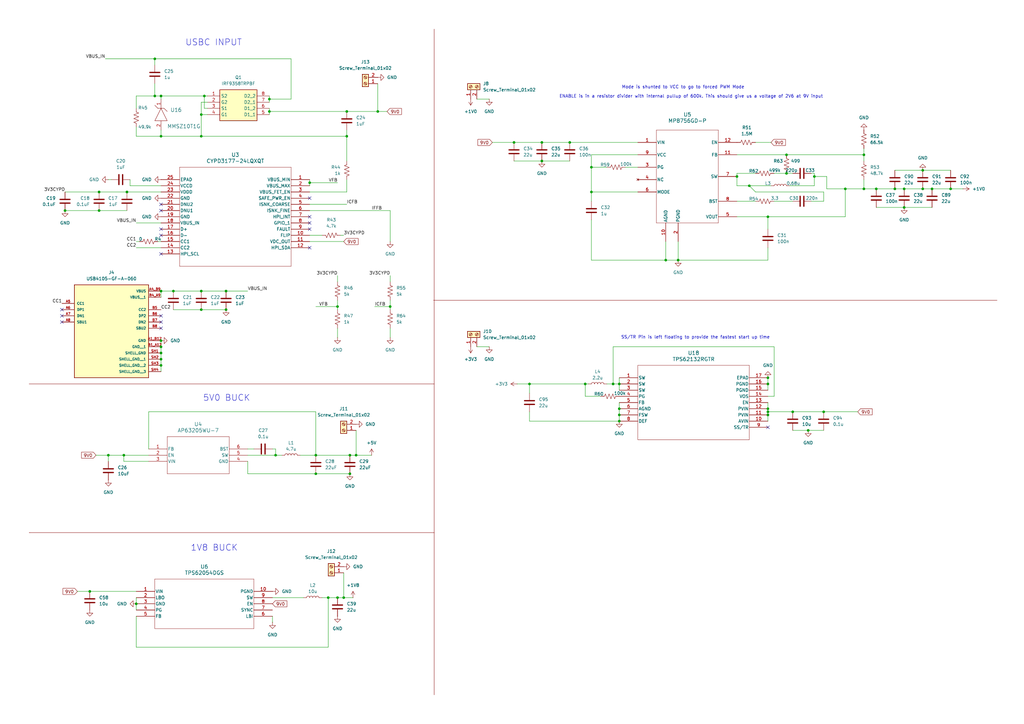
<source format=kicad_sch>
(kicad_sch (version 20250114) (generator "eeschema") (generator_version "9.0")
  (paper "A3")
  (text "SS/TR Pin is left floating to provide the fastest start up time\n" (at 285.242 138.43 0) (effects (font (size 1.27 1.27))))
  (text "USBC INPUT\n" (at 87.63 17.526 0) (effects (font (size 2.54 2.54))))
  (text "ENABLE is in a resistor divider with internal pullup of 600k. This should give us a voltage of 2V6 at 9V input" (at 283.464 39.624 0) (effects (font (size 1.27 1.27))))
  (text "1V8 BUCK" (at 87.884 224.79 0) (effects (font (size 2.54 2.54))))
  (text "Mode is shunted to VCC to go to forced PWM Mode" (at 280.162 35.814 0) (effects (font (size 1.27 1.27))))
  (text "5V0 BUCK\n" (at 92.964 163.322 0) (effects (font (size 2.54 2.54))))
  (junction (at 44.45 186.69))
  (junction (at 389.89 77.47))
  (junction (at 322.58 63.5))
  (junction (at 66.04 119.38))
  (junction (at 233.68 58.42))
  (junction (at 359.41 77.47))
  (junction (at 127 74.93))
  (junction (at 254 157.48))
  (junction (at 113.03 186.69))
  (junction (at 92.71 119.38))
  (junction (at 370.84 77.47))
  (junction (at 378.46 77.47))
  (junction (at 129.54 194.31))
  (junction (at 83.82 39.37))
  (junction (at 82.55 55.88))
  (junction (at 314.96 170.18))
  (junction (at 52.07 78.74))
  (junction (at 314.96 167.64))
  (junction (at 143.51 194.31))
  (junction (at 66.04 144.78))
  (junction (at 66.04 139.7))
  (junction (at 40.64 78.74))
  (junction (at 331.47 176.53))
  (junction (at 146.05 186.69))
  (junction (at 26.67 86.36))
  (junction (at 92.71 127))
  (junction (at 50.8 186.69))
  (junction (at 354.33 63.5))
  (junction (at 36.83 242.57))
  (junction (at 307.34 76.2))
  (junction (at 254 172.72))
  (junction (at 314.96 157.48))
  (junction (at 142.24 45.72))
  (junction (at 40.64 86.36))
  (junction (at 63.5 24.13))
  (junction (at 55.88 247.65))
  (junction (at 382.27 77.47))
  (junction (at 66.04 55.88))
  (junction (at 142.24 55.88))
  (junction (at 254 170.18))
  (junction (at 273.05 106.68))
  (junction (at 66.04 147.32))
  (junction (at 242.57 68.58))
  (junction (at 154.94 45.72))
  (junction (at 367.03 77.47))
  (junction (at 302.26 72.39))
  (junction (at 251.46 157.48))
  (junction (at 346.71 77.47))
  (junction (at 138.43 125.73))
  (junction (at 222.25 66.04))
  (junction (at 314.96 168.91))
  (junction (at 325.12 168.91))
  (junction (at 334.01 72.39))
  (junction (at 140.97 245.11))
  (junction (at 66.04 149.86))
  (junction (at 222.25 58.42))
  (junction (at 110.49 45.72))
  (junction (at 240.03 157.48))
  (junction (at 71.12 119.38))
  (junction (at 129.54 186.69))
  (junction (at 322.58 71.12))
  (junction (at 66.04 39.37))
  (junction (at 242.57 78.74))
  (junction (at 314.96 154.94))
  (junction (at 63.5 39.37))
  (junction (at 314.96 88.9))
  (junction (at 82.55 119.38))
  (junction (at 160.02 125.73))
  (junction (at 278.13 106.68))
  (junction (at 370.84 85.09))
  (junction (at 254 167.64))
  (junction (at 82.55 127))
  (junction (at 143.51 186.69))
  (junction (at 337.82 168.91))
  (junction (at 210.82 58.42))
  (junction (at 354.33 77.47))
  (junction (at 66.04 142.24))
  (junction (at 138.43 245.11))
  (junction (at 110.49 40.64))
  (junction (at 378.46 69.85))
  (junction (at 134.62 245.11))
  (junction (at 82.55 46.99))
  (junction (at 217.17 157.48))
  (no_connect (at 66.04 93.98))
  (no_connect (at 314.96 175.26))
  (no_connect (at 127 101.6))
  (no_connect (at 66.04 86.36))
  (no_connect (at 66.04 132.08))
  (no_connect (at 25.4 129.54))
  (no_connect (at 66.04 83.82))
  (no_connect (at 66.04 96.52))
  (no_connect (at 127 81.28))
  (no_connect (at 127 93.98))
  (no_connect (at 127 91.44))
  (no_connect (at 66.04 104.14))
  (no_connect (at 25.4 127))
  (no_connect (at 66.04 134.62))
  (no_connect (at 66.04 129.54))
  (no_connect (at 25.4 132.08))
  (no_connect (at 127 88.9))
  (bus_entry (at 307.34 76.2) (size 2.54 2.54))
  (wire (pts (xy 66.04 39.37) (xy 66.04 40.64)))
  (wire (pts (xy 346.71 77.47) (xy 339.09 77.47)))
  (wire (pts (xy 242.57 90.17) (xy 242.57 106.68)))
  (wire (pts (xy 66.04 147.32) (xy 66.04 149.86)))
  (wire (pts (xy 325.12 168.91) (xy 337.82 168.91)))
  (wire (pts (xy 55.88 245.11) (xy 55.88 247.65)))
  (wire (pts (xy 212.09 157.48) (xy 217.17 157.48)))
  (wire (pts (xy 314.96 165.1) (xy 314.96 167.64)))
  (polyline (pts (xy 178.054 11.938) (xy 178.054 157.48)) (stroke (width 0) (type solid) (color 132 0 0 1)))
  (wire (pts (xy 309.88 78.74) (xy 337.82 78.74)))
  (wire (pts (xy 83.82 44.45) (xy 83.82 39.37)))
  (wire (pts (xy 66.04 55.88) (xy 82.55 55.88)))
  (polyline (pts (xy 177.8 123.19) (xy 408.94 123.19)) (stroke (width 0) (type solid) (color 132 0 0 1)))
  (wire (pts (xy 110.49 39.37) (xy 110.49 40.64)))
  (wire (pts (xy 322.58 71.12) (xy 317.5 71.12)))
  (wire (pts (xy 55.88 52.07) (xy 55.88 55.88)))
  (wire (pts (xy 200.66 142.24) (xy 195.58 142.24)))
  (wire (pts (xy 50.8 186.69) (xy 60.96 186.69)))
  (wire (pts (xy 251.46 157.48) (xy 254 157.48)))
  (wire (pts (xy 55.88 44.45) (xy 55.88 39.37)))
  (wire (pts (xy 123.19 186.69) (xy 129.54 186.69)))
  (wire (pts (xy 44.45 186.69) (xy 44.45 189.23)))
  (wire (pts (xy 317.5 162.56) (xy 317.5 142.24)))
  (wire (pts (xy 242.57 68.58) (xy 248.92 68.58)))
  (wire (pts (xy 104.14 184.15) (xy 101.6 184.15)))
  (wire (pts (xy 314.96 157.48) (xy 314.96 160.02)))
  (wire (pts (xy 354.33 73.66) (xy 354.33 77.47)))
  (wire (pts (xy 240.03 157.48) (xy 241.3 157.48)))
  (wire (pts (xy 302.26 76.2) (xy 302.26 72.39)))
  (wire (pts (xy 71.12 127) (xy 82.55 127)))
  (wire (pts (xy 233.68 58.42) (xy 261.62 58.42)))
  (wire (pts (xy 129.54 186.69) (xy 129.54 168.91)))
  (wire (pts (xy 210.82 58.42) (xy 222.25 58.42)))
  (wire (pts (xy 40.64 78.74) (xy 26.67 78.74)))
  (wire (pts (xy 153.67 125.73) (xy 160.02 125.73)))
  (wire (pts (xy 111.76 184.15) (xy 113.03 184.15)))
  (wire (pts (xy 55.88 265.43) (xy 55.88 252.73)))
  (wire (pts (xy 127 73.66) (xy 127 74.93)))
  (wire (pts (xy 302.26 63.5) (xy 322.58 63.5)))
  (wire (pts (xy 359.41 77.47) (xy 367.03 77.47)))
  (wire (pts (xy 354.33 60.96) (xy 354.33 63.5)))
  (wire (pts (xy 52.07 78.74) (xy 40.64 78.74)))
  (wire (pts (xy 101.6 119.38) (xy 92.71 119.38)))
  (wire (pts (xy 242.57 106.68) (xy 273.05 106.68)))
  (wire (pts (xy 160.02 125.73) (xy 160.02 127)))
  (wire (pts (xy 254 157.48) (xy 254 160.02)))
  (wire (pts (xy 142.24 78.74) (xy 127 78.74)))
  (wire (pts (xy 119.38 40.64) (xy 110.49 40.64)))
  (wire (pts (xy 367.03 69.85) (xy 378.46 69.85)))
  (wire (pts (xy 337.82 176.53) (xy 331.47 176.53)))
  (wire (pts (xy 317.5 142.24) (xy 251.46 142.24)))
  (wire (pts (xy 113.03 184.15) (xy 113.03 186.69)))
  (wire (pts (xy 40.64 86.36) (xy 26.67 86.36)))
  (wire (pts (xy 322.58 63.5) (xy 354.33 63.5)))
  (wire (pts (xy 55.88 55.88) (xy 66.04 55.88)))
  (wire (pts (xy 43.18 24.13) (xy 63.5 24.13)))
  (wire (pts (xy 278.13 106.68) (xy 314.96 106.68)))
  (wire (pts (xy 378.46 77.47) (xy 382.27 77.47)))
  (polyline (pts (xy 178.054 218.44) (xy 178.054 284.988)) (stroke (width 0) (type solid) (color 132 0 0 1)))
  (wire (pts (xy 378.46 69.85) (xy 389.89 69.85)))
  (wire (pts (xy 359.41 85.09) (xy 370.84 85.09)))
  (wire (pts (xy 160.02 86.36) (xy 160.02 99.06)))
  (wire (pts (xy 337.82 78.74) (xy 337.82 82.55)))
  (wire (pts (xy 45.72 73.66) (xy 44.45 73.66)))
  (wire (pts (xy 254 167.64) (xy 254 170.18)))
  (wire (pts (xy 217.17 157.48) (xy 240.03 157.48)))
  (wire (pts (xy 110.49 44.45) (xy 110.49 45.72)))
  (wire (pts (xy 66.04 53.34) (xy 66.04 55.88)))
  (wire (pts (xy 337.82 168.91) (xy 351.79 168.91)))
  (wire (pts (xy 354.33 77.47) (xy 359.41 77.47)))
  (wire (pts (xy 66.04 119.38) (xy 66.04 121.92)))
  (wire (pts (xy 217.17 168.91) (xy 217.17 172.72)))
  (wire (pts (xy 142.24 55.88) (xy 142.24 53.34)))
  (wire (pts (xy 110.49 45.72) (xy 110.49 46.99)))
  (wire (pts (xy 134.62 245.11) (xy 134.62 265.43)))
  (wire (pts (xy 63.5 24.13) (xy 119.38 24.13)))
  (wire (pts (xy 55.88 39.37) (xy 63.5 39.37)))
  (wire (pts (xy 314.96 88.9) (xy 346.71 88.9)))
  (wire (pts (xy 314.96 170.18) (xy 314.96 172.72)))
  (wire (pts (xy 36.83 242.57) (xy 55.88 242.57)))
  (wire (pts (xy 146.05 176.53) (xy 146.05 186.69)))
  (wire (pts (xy 138.43 125.73) (xy 138.43 127)))
  (wire (pts (xy 210.82 66.04) (xy 222.25 66.04)))
  (wire (pts (xy 82.55 46.99) (xy 85.09 46.99)))
  (wire (pts (xy 127 74.93) (xy 127 76.2)))
  (wire (pts (xy 354.33 63.5) (xy 354.33 66.04)))
  (wire (pts (xy 337.82 82.55) (xy 332.74 82.55)))
  (wire (pts (xy 140.97 99.06) (xy 127 99.06)))
  (wire (pts (xy 314.96 162.56) (xy 317.5 162.56)))
  (wire (pts (xy 66.04 144.78) (xy 66.04 147.32)))
  (wire (pts (xy 273.05 99.06) (xy 273.05 106.68)))
  (wire (pts (xy 222.25 66.04) (xy 233.68 66.04)))
  (wire (pts (xy 101.6 194.31) (xy 101.6 189.23)))
  (wire (pts (xy 66.04 119.38) (xy 71.12 119.38)))
  (polyline (pts (xy 11.938 218.44) (xy 12.192 218.44)) (stroke (width 0) (type solid) (color 132 0 0 1)))
  (wire (pts (xy 242.57 78.74) (xy 242.57 82.55)))
  (wire (pts (xy 254 170.18) (xy 254 172.72)))
  (wire (pts (xy 82.55 46.99) (xy 82.55 55.88)))
  (wire (pts (xy 309.88 82.55) (xy 302.26 82.55)))
  (wire (pts (xy 142.24 73.66) (xy 142.24 78.74)))
  (wire (pts (xy 370.84 85.09) (xy 382.27 85.09)))
  (wire (pts (xy 52.07 86.36) (xy 40.64 86.36)))
  (wire (pts (xy 134.62 245.11) (xy 138.43 245.11)))
  (wire (pts (xy 160.02 123.19) (xy 160.02 125.73)))
  (wire (pts (xy 314.96 168.91) (xy 314.96 170.18)))
  (wire (pts (xy 314.96 101.6) (xy 314.96 106.68)))
  (wire (pts (xy 142.24 45.72) (xy 154.94 45.72)))
  (wire (pts (xy 110.49 40.64) (xy 110.49 41.91)))
  (wire (pts (xy 323.85 76.2) (xy 334.01 76.2)))
  (wire (pts (xy 127 86.36) (xy 160.02 86.36)))
  (wire (pts (xy 101.6 194.31) (xy 129.54 194.31)))
  (wire (pts (xy 334.01 72.39) (xy 339.09 72.39)))
  (wire (pts (xy 55.88 91.44) (xy 66.04 91.44)))
  (wire (pts (xy 71.12 119.38) (xy 82.55 119.38)))
  (wire (pts (xy 129.54 125.73) (xy 138.43 125.73)))
  (wire (pts (xy 307.34 76.2) (xy 316.23 76.2)))
  (wire (pts (xy 64.77 99.06) (xy 66.04 99.06)))
  (wire (pts (xy 53.34 76.2) (xy 66.04 76.2)))
  (wire (pts (xy 142.24 55.88) (xy 142.24 66.04)))
  (wire (pts (xy 325.12 82.55) (xy 317.5 82.55)))
  (wire (pts (xy 160.02 113.03) (xy 160.02 115.57)))
  (wire (pts (xy 55.88 101.6) (xy 66.04 101.6)))
  (wire (pts (xy 85.09 44.45) (xy 83.82 44.45)))
  (wire (pts (xy 66.04 78.74) (xy 52.07 78.74)))
  (wire (pts (xy 129.54 168.91) (xy 60.96 168.91)))
  (wire (pts (xy 314.96 154.94) (xy 314.96 157.48)))
  (wire (pts (xy 111.76 245.11) (xy 124.46 245.11)))
  (wire (pts (xy 254 165.1) (xy 254 167.64)))
  (wire (pts (xy 334.01 71.12) (xy 334.01 72.39)))
  (wire (pts (xy 302.26 76.2) (xy 307.34 76.2)))
  (wire (pts (xy 63.5 39.37) (xy 66.04 39.37)))
  (wire (pts (xy 55.88 247.65) (xy 55.88 250.19)))
  (wire (pts (xy 334.01 71.12) (xy 332.74 71.12)))
  (wire (pts (xy 152.4 186.69) (xy 146.05 186.69)))
  (wire (pts (xy 246.38 162.56) (xy 240.03 162.56)))
  (wire (pts (xy 138.43 123.19) (xy 138.43 125.73)))
  (wire (pts (xy 370.84 77.47) (xy 378.46 77.47)))
  (wire (pts (xy 242.57 63.5) (xy 242.57 68.58)))
  (wire (pts (xy 200.66 40.64) (xy 195.58 40.64)))
  (wire (pts (xy 50.8 189.23) (xy 60.96 189.23)))
  (wire (pts (xy 339.09 72.39) (xy 339.09 77.47)))
  (wire (pts (xy 140.97 245.11) (xy 144.78 245.11)))
  (wire (pts (xy 138.43 134.62) (xy 138.43 138.43)))
  (wire (pts (xy 382.27 77.47) (xy 389.89 77.47)))
  (wire (pts (xy 346.71 77.47) (xy 354.33 77.47)))
  (wire (pts (xy 119.38 24.13) (xy 119.38 40.64)))
  (wire (pts (xy 66.04 149.86) (xy 66.04 152.4)))
  (wire (pts (xy 222.25 58.42) (xy 233.68 58.42)))
  (wire (pts (xy 138.43 74.93) (xy 127 74.93)))
  (wire (pts (xy 138.43 113.03) (xy 138.43 115.57)))
  (wire (pts (xy 132.08 96.52) (xy 127 96.52)))
  (wire (pts (xy 82.55 55.88) (xy 142.24 55.88)))
  (wire (pts (xy 314.96 168.91) (xy 325.12 168.91)))
  (wire (pts (xy 85.09 41.91) (xy 82.55 41.91)))
  (wire (pts (xy 63.5 24.13) (xy 63.5 26.67)))
  (wire (pts (xy 302.26 71.12) (xy 302.26 72.39)))
  (wire (pts (xy 142.24 83.82) (xy 127 83.82)))
  (wire (pts (xy 83.82 39.37) (xy 85.09 39.37)))
  (wire (pts (xy 261.62 63.5) (xy 242.57 63.5)))
  (polyline (pts (xy 12.192 218.44) (xy 178.054 218.44)) (stroke (width 0) (type solid) (color 132 0 0 1)))
  (wire (pts (xy 314.96 167.64) (xy 314.96 168.91)))
  (wire (pts (xy 60.96 168.91) (xy 60.96 184.15)))
  (wire (pts (xy 113.03 186.69) (xy 115.57 186.69)))
  (wire (pts (xy 129.54 194.31) (xy 143.51 194.31)))
  (wire (pts (xy 302.26 88.9) (xy 314.96 88.9)))
  (wire (pts (xy 55.88 99.06) (xy 57.15 99.06)))
  (wire (pts (xy 129.54 186.69) (xy 143.51 186.69)))
  (wire (pts (xy 273.05 106.68) (xy 278.13 106.68)))
  (wire (pts (xy 146.05 186.69) (xy 143.51 186.69)))
  (wire (pts (xy 251.46 142.24) (xy 251.46 157.48)))
  (polyline (pts (xy 11.938 157.48) (xy 178.054 157.48)) (stroke (width 0) (type solid) (color 132 0 0 1)))
  (wire (pts (xy 256.54 68.58) (xy 261.62 68.58)))
  (wire (pts (xy 132.08 245.11) (xy 134.62 245.11)))
  (wire (pts (xy 154.94 34.29) (xy 154.94 45.72)))
  (wire (pts (xy 389.89 77.47) (xy 394.97 77.47)))
  (wire (pts (xy 367.03 77.47) (xy 370.84 77.47)))
  (wire (pts (xy 278.13 99.06) (xy 278.13 106.68)))
  (wire (pts (xy 66.04 139.7) (xy 66.04 142.24)))
  (wire (pts (xy 101.6 186.69) (xy 113.03 186.69)))
  (wire (pts (xy 160.02 138.43) (xy 160.02 134.62)))
  (wire (pts (xy 254 154.94) (xy 254 157.48)))
  (wire (pts (xy 82.55 127) (xy 92.71 127)))
  (wire (pts (xy 140.97 234.95) (xy 140.97 245.11)))
  (wire (pts (xy 325.12 71.12) (xy 322.58 71.12)))
  (wire (pts (xy 201.93 58.42) (xy 210.82 58.42)))
  (wire (pts (xy 248.92 157.48) (xy 251.46 157.48)))
  (wire (pts (xy 346.71 77.47) (xy 346.71 88.9)))
  (wire (pts (xy 140.97 96.52) (xy 139.7 96.52)))
  (wire (pts (xy 240.03 162.56) (xy 240.03 157.48)))
  (wire (pts (xy 138.43 245.11) (xy 140.97 245.11)))
  (wire (pts (xy 44.45 186.69) (xy 50.8 186.69)))
  (wire (pts (xy 316.23 58.42) (xy 309.88 58.42)))
  (wire (pts (xy 111.76 252.73) (xy 111.76 255.27)))
  (wire (pts (xy 66.04 142.24) (xy 66.04 144.78)))
  (wire (pts (xy 217.17 172.72) (xy 254 172.72)))
  (wire (pts (xy 217.17 161.29) (xy 217.17 157.48)))
  (wire (pts (xy 134.62 265.43) (xy 55.88 265.43)))
  (wire (pts (xy 66.04 39.37) (xy 83.82 39.37)))
  (wire (pts (xy 309.88 71.12) (xy 302.26 71.12)))
  (wire (pts (xy 314.96 93.98) (xy 314.96 88.9)))
  (wire (pts (xy 82.55 119.38) (xy 92.71 119.38)))
  (wire (pts (xy 331.47 176.53) (xy 325.12 176.53)))
  (wire (pts (xy 31.75 242.57) (xy 36.83 242.57)))
  (wire (pts (xy 63.5 34.29) (xy 63.5 39.37)))
  (wire (pts (xy 242.57 78.74) (xy 261.62 78.74)))
  (wire (pts (xy 39.37 186.69) (xy 44.45 186.69)))
  (wire (pts (xy 154.94 45.72) (xy 158.75 45.72)))
  (wire (pts (xy 110.49 45.72) (xy 142.24 45.72)))
  (wire (pts (xy 82.55 41.91) (xy 82.55 46.99)))
  (wire (pts (xy 242.57 68.58) (xy 242.57 78.74)))
  (wire (pts (xy 53.34 73.66) (xy 53.34 76.2)))
  (polyline (pts (xy 178.054 157.48) (xy 178.054 218.44)) (stroke (width 0) (type solid) (color 132 0 0 1)))
  (wire (pts (xy 50.8 186.69) (xy 50.8 189.23)))
  (wire (pts (xy 334.01 72.39) (xy 334.01 76.2)))
  (label "CC1" (at 55.88 99.06 180))
  (label "VBUS_IN" (at 55.88 91.44 180))
  (label "VFB" (at 130.81 125.73 0))
  (label "3V3CYPD" (at 26.67 78.74 180))
  (label "VFB" (at 138.43 74.93 180))
  (label "ICFB" (at 153.67 125.73 0))
  (label "VBUS_IN" (at 43.18 24.13 180))
  (label "CC2" (at 55.88 101.6 180))
  (label "ICFB" (at 142.24 83.82 0))
  (label "CC2" (at 66.04 127 0))
  (label "CC1" (at 25.4 124.46 180))
  (label "3V3CYPD" (at 140.97 96.52 0))
  (label "3V3CYPD" (at 160.02 113.03 180))
  (label "IFFB" (at 152.4 86.36 0))
  (label "3V3CYPD" (at 138.43 113.03 180))
  (label "VBUS_IN" (at 101.6 119.38 0))
  (global_label "9V0" (shape input) (at 158.75 45.72 0) (property "Intersheetrefs" "${INTERSHEET_REFS}" (effects (hide yes))))
  (global_label "9V0" (shape input) (at 351.79 168.91 0) (property "Intersheetrefs" "${INTERSHEET_REFS}" (effects (hide yes))))
  (global_label "9V0" (shape input) (at 316.23 58.42 0) (property "Intersheetrefs" "${INTERSHEET_REFS}" (effects (hide yes))))
  (global_label "9V0" (shape input) (at 140.97 99.06 0) (property "Intersheetrefs" "${INTERSHEET_REFS}" (effects (hide yes))))
  (global_label "9V0" (shape input) (at 31.75 242.57 180) (property "Intersheetrefs" "${INTERSHEET_REFS}" (effects (hide yes))))
  (global_label "9V0" (shape input) (at 201.93 58.42 180) (property "Intersheetrefs" "${INTERSHEET_REFS}" (effects (hide yes))))
  (global_label "9V0" (shape input) (at 39.37 186.69 180) (property "Intersheetrefs" "${INTERSHEET_REFS}" (effects (hide yes))))
  (global_label "9V0" (shape input) (at 111.76 247.65 0) (property "Intersheetrefs" "${INTERSHEET_REFS}" (effects (hide yes))))
  (symbol (lib_id "power:GND") (at 66.04 73.66 270) (mirror x) (unit 1)
    (property "Reference" "#PWR092" (effects (hide yes)))
    (property "Value" "GND" (at 62.23 73.6599 90) (effects (justify right)))
    (property "Description" "Power symbol creates a global label with name \"GND\" , ground" (effects (hide yes)))
  )
  (symbol (lib_id "power:GND") (at 138.43 138.43 0) (unit 1)
    (property "Reference" "#PWR098" (effects (hide yes)))
    (property "Value" "GND" (at 138.43 143.51 0))
    (property "Description" "Power symbol creates a global label with name \"GND\" , ground" (effects (hide yes)))
  )
  (symbol (lib_id "Device:R_US") (at 138.43 130.81 0) (unit 1)
    (property "Reference" "R47" (at 140.97 129.5399 0) (effects (justify left)))
    (property "Value" "1k" (at 140.97 132.0799 0) (effects (justify left)))
    (property "Footprint" "Resistor_SMD:R_0402_1005Metric" (effects (hide yes)))
    (property "Description" "Resistor, US symbol" (effects (hide yes)))
  )
  (symbol (lib_id "power:GND") (at 378.46 69.85 180) (unit 1)
    (property "Reference" "#PWR0105" (effects (hide yes)))
    (property "Value" "GND" (at 378.46 64.77 0))
    (property "Description" "Power symbol creates a global label with name \"GND\" , ground" (effects (hide yes)))
  )
  (symbol (lib_id "Device:C") (at 92.71 123.19 0) (unit 1)
    (property "Reference" "C23" (at 96.52 121.9199 0) (effects (justify left)))
    (property "Value" "1uF" (at 96.52 124.4599 0) (effects (justify left)))
    (property "Footprint" "Capacitor_SMD:C_0603_1608Metric" (effects (hide yes)))
    (property "Description" "Unpolarized capacitor" (effects (hide yes)))
  )
  (symbol (lib_id "Device:R_US") (at 313.69 82.55 90) (unit 1)
    (property "Reference" "R54" (at 309.118 81.534 90))
    (property "Value" "3.3" (at 317.754 81.28 90))
    (property "Footprint" "Resistor_SMD:R_0402_1005Metric" (effects (hide yes)))
    (property "Description" "Resistor, US symbol" (effects (hide yes)))
  )
  (symbol (lib_id "power:GND") (at 44.45 196.85 0) (unit 1)
    (property "Reference" "#PWR0101" (effects (hide yes)))
    (property "Value" "GND" (at 44.45 201.93 0))
    (property "Description" "Power symbol creates a global label with name \"GND\" , ground" (effects (hide yes)))
  )
  (symbol (lib_id "power:GND") (at 331.47 176.53 0) (unit 1)
    (property "Reference" "#PWR0110" (effects (hide yes)))
    (property "Value" "GND" (at 331.47 181.61 0))
    (property "Description" "Power symbol creates a global label with name \"GND\" , ground" (effects (hide yes)))
  )
  (symbol (lib_id "Device:C") (at 325.12 172.72 0) (unit 1)
    (property "Reference" "C93" (at 328.93 171.4499 0) (effects (justify left)))
    (property "Value" "10u" (at 328.93 173.9899 0) (effects (justify left)))
    (property "Description" "Unpolarized capacitor" (effects (hide yes)))
  )
  (symbol (lib_id "Device:C") (at 210.82 62.23 0) (unit 1)
    (property "Reference" "C34" (at 214.63 60.9599 0) (effects (justify left)))
    (property "Value" "22u" (at 214.63 63.4999 0) (effects (justify left)))
    (property "Footprint" "Capacitor_SMD:C_0805_2012Metric" (effects (hide yes)))
    (property "Description" "Unpolarized capacitor" (effects (hide yes)))
  )
  (symbol (lib_id "power:+1V0") (at 193.04 40.64 180) (unit 1)
    (property "Reference" "#PWR0113" (effects (hide yes)))
    (property "Value" "+1V0" (at 193.04 45.72 0))
    (property "Description" "Power symbol creates a global label with name \"+1V0\"" (effects (hide yes)))
  )
  (symbol (lib_id "Device:C") (at 138.43 248.92 0) (unit 1)
    (property "Reference" "C39" (at 142.24 247.6499 0) (effects (justify left)))
    (property "Value" "22u" (at 142.24 250.1899 0) (effects (justify left)))
    (property "Footprint" "Capacitor_SMD:C_0603_1608Metric" (effects (hide yes)))
    (property "Description" "Unpolarized capacitor" (effects (hide yes)))
  )
  (symbol (lib_id "Device:R_US") (at 252.73 68.58 90) (unit 1)
    (property "Reference" "R59" (at 248.158 67.564 90))
    (property "Value" "100k" (at 256.794 67.31 90))
    (property "Footprint" "Resistor_SMD:R_0402_1005Metric" (effects (hide yes)))
    (property "Description" "Resistor, US symbol" (effects (hide yes)))
  )
  (symbol (lib_id "power:GND") (at 66.04 88.9 270) (mirror x) (unit 1)
    (property "Reference" "#PWR094" (effects (hide yes)))
    (property "Value" "GND" (at 62.23 88.8999 90) (effects (justify right)))
    (property "Description" "Power symbol creates a global label with name \"GND\" , ground" (effects (hide yes)))
  )
  (symbol (lib_id "power:GND") (at 143.51 194.31 0) (unit 1)
    (property "Reference" "#PWR0102" (effects (hide yes)))
    (property "Value" "GND" (at 143.51 199.39 0))
    (property "Description" "Power symbol creates a global label with name \"GND\" , ground" (effects (hide yes)))
  )
  (symbol (lib_id "Connector:Screw_Terminal_01x02") (at 140.97 176.53 180) (unit 1)
    (property "Reference" "J11" (at 140.97 167.64 0))
    (property "Value" "Screw_Terminal_01x02" (at 140.97 170.18 0))
    (property "Footprint" "FPGA_Interface:CONN-TH_2P-P5.00_CPC3703CTR" (effects (hide yes)))
    (property "Description" "Generic screw terminal, single row, 01x02, script generated (kicad-library-utils/schlib/autogen/connector/)" (effects (hide yes)))
  )
  (symbol (lib_id "Device:C") (at 233.68 62.23 0) (unit 1)
    (property "Reference" "C36" (at 237.49 60.9599 0) (effects (justify left)))
    (property "Value" "100n" (at 237.49 63.4999 0) (effects (justify left)))
    (property "Footprint" "Capacitor_SMD:C_0603_1608Metric" (effects (hide yes)))
    (property "Description" "Unpolarized capacitor" (effects (hide yes)))
  )
  (symbol (lib_id "power:GND") (at 92.71 127 0) (unit 1)
    (property "Reference" "#PWR097" (effects (hide yes)))
    (property "Value" "GND" (at 92.71 132.08 0))
    (property "Description" "Power symbol creates a global label with name \"GND\" , ground" (effects (hide yes)))
  )
  (symbol (lib_id "Device:C") (at 129.54 190.5 0) (unit 1)
    (property "Reference" "C28" (at 133.35 189.2299 0) (effects (justify left)))
    (property "Value" "22uF" (at 133.35 191.7699 0) (effects (justify left)))
    (property "Footprint" "Capacitor_SMD:C_0603_1608Metric" (effects (hide yes)))
    (property "Description" "Unpolarized capacitor" (effects (hide yes)))
  )
  (symbol (lib_id "Device:C") (at 337.82 172.72 0) (unit 1)
    (property "Reference" "C94" (at 341.63 171.4499 0) (effects (justify left)))
    (property "Value" "0.1u" (at 341.63 173.9899 0) (effects (justify left)))
    (property "Description" "Unpolarized capacitor" (effects (hide yes)))
  )
  (symbol (lib_id "power:GND") (at 138.43 252.73 0) (unit 1)
    (property "Reference" "#PWR0118" (effects (hide yes)))
    (property "Value" "GND" (at 138.43 257.81 0))
    (property "Description" "Power symbol creates a global label with name \"GND\" , ground" (effects (hide yes)))
  )
  (symbol (lib_id "Connector:Screw_Terminal_01x02") (at 193.04 35.56 90) (unit 1)
    (property "Reference" "J8" (at 198.12 34.2899 90) (effects (justify right)))
    (property "Value" "Screw_Terminal_01x02" (at 198.12 36.8299 90) (effects (justify right)))
    (property "Footprint" "FPGA_Interface:CONN-TH_2P-P5.00_CPC3703CTR" (effects (hide yes)))
    (property "Description" "Generic screw terminal, single row, 01x02, script generated (kicad-library-utils/schlib/autogen/connector/)" (effects (hide yes)))
  )
  (symbol (lib_id "power:+1V0") (at 394.97 77.47 270) (unit 1)
    (property "Reference" "#PWR0106" (effects (hide yes)))
    (property "Value" "+1V0" (at 398.78 77.4699 90) (effects (justify left)))
    (property "Description" "Power symbol creates a global label with name \"+1V0\"" (effects (hide yes)))
  )
  (symbol (lib_id "FPGA_POWER:MMSZ10T1G") (at 63.5 22.86 270) (unit 1)
    (property "Reference" "U16" (at 69.85 45.0849 90) (effects (font (size 1.524 1.524)) (justify left)))
    (property "Value" "MMSZ10T1G" (at 68.58 51.816 90) (effects (font (size 1.524 1.524)) (justify left)))
    (property "Footprint" "FPGA_Power:MMSZ10T1G" (effects (hide yes)))
    (property "Datasheet" "MMSZ10T1G" (effects (hide yes)))
  )
  (symbol (lib_id "Device:C") (at 52.07 82.55 0) (mirror y) (unit 1)
    (property "Reference" "C17" (at 48.26 81.2799 0) (effects (justify left)))
    (property "Value" "1uF" (at 48.26 83.8199 0) (effects (justify left)))
    (property "Footprint" "Capacitor_SMD:C_0603_1608Metric" (effects (hide yes)))
    (property "Description" "Unpolarized capacitor" (effects (hide yes)))
  )
  (symbol (lib_id "Device:C") (at 242.57 86.36 0) (unit 1)
    (property "Reference" "C32" (at 246.38 85.0899 0) (effects (justify left)))
    (property "Value" "1u" (at 246.38 87.6299 0) (effects (justify left)))
    (property "Footprint" "Capacitor_SMD:C_0402_1005Metric" (effects (hide yes)))
    (property "Description" "Unpolarized capacitor" (effects (hide yes)))
  )
  (symbol (lib_id "power:GND") (at 354.33 53.34 180) (unit 1)
    (property "Reference" "#PWR0107" (effects (hide yes)))
    (property "Value" "GND" (at 354.33 48.26 0))
    (property "Description" "Power symbol creates a global label with name \"GND\" , ground" (effects (hide yes)))
  )
  (symbol (lib_id "power:+3V3") (at 193.04 142.24 180) (unit 1)
    (property "Reference" "#PWR0121" (effects (hide yes)))
    (property "Value" "+3V3" (at 193.04 147.32 0))
    (property "Description" "Power symbol creates a global label with name \"+3V3\"" (effects (hide yes)))
  )
  (symbol (lib_id "power:GND") (at 111.76 242.57 90) (unit 1)
    (property "Reference" "#PWR0115" (effects (hide yes)))
    (property "Value" "GND" (at 115.57 242.5699 90) (effects (justify right)))
    (property "Description" "Power symbol creates a global label with name \"GND\" , ground" (effects (hide yes)))
  )
  (symbol (lib_id "Device:C") (at 40.64 82.55 0) (mirror y) (unit 1)
    (property "Reference" "C18" (at 36.83 81.2799 0) (effects (justify left)))
    (property "Value" "0.1uF" (at 36.83 83.8199 0) (effects (justify left)))
    (property "Footprint" "Capacitor_SMD:C_0402_1005Metric" (effects (hide yes)))
    (property "Description" "Unpolarized capacitor" (effects (hide yes)))
  )
  (symbol (lib_id "power:GND") (at 44.45 73.66 270) (mirror x) (unit 1)
    (property "Reference" "#PWR095" (effects (hide yes)))
    (property "Value" "GND" (at 40.64 73.6599 90) (effects (justify right)))
    (property "Description" "Power symbol creates a global label with name \"GND\" , ground" (effects (hide yes)))
  )
  (symbol (lib_id "Device:C") (at 36.83 246.38 0) (unit 1)
    (property "Reference" "C58" (at 40.64 245.1099 0) (effects (justify left)))
    (property "Value" "10u" (at 40.64 247.6499 0) (effects (justify left)))
    (property "Footprint" "Capacitor_SMD:C_0603_1608Metric" (effects (hide yes)))
    (property "Description" "Unpolarized capacitor" (effects (hide yes)))
  )
  (symbol (lib_id "Device:R_US") (at 55.88 48.26 0) (unit 1)
    (property "Reference" "R45" (at 56.642 44.196 0) (effects (justify left)))
    (property "Value" "49.9k" (at 56.642 52.07 0) (effects (justify left)))
    (property "Footprint" "Resistor_SMD:R_0402_1005Metric" (effects (hide yes)))
    (property "Description" "Resistor, US symbol" (effects (hide yes)))
  )
  (symbol (lib_id "power:GND") (at 146.05 173.99 90) (unit 1)
    (property "Reference" "#PWR0174" (effects (hide yes)))
    (property "Value" "GND" (at 149.86 173.9899 90) (effects (justify right)))
    (property "Description" "Power symbol creates a global label with name \"GND\" , ground" (effects (hide yes)))
  )
  (symbol (lib_id "Device:R_US") (at 306.07 58.42 90) (unit 1)
    (property "Reference" "R51" (at 306.324 52.324 90))
    (property "Value" "1.5M" (at 306.324 54.864 90))
    (property "Footprint" "Resistor_SMD:R_0201_0603Metric" (effects (hide yes)))
    (property "Description" "Resistor, US symbol" (effects (hide yes)))
  )
  (symbol (lib_id "Device:C") (at 142.24 49.53 0) (unit 1)
    (property "Reference" "C24" (at 146.05 48.2599 0) (effects (justify left)))
    (property "Value" "1uF" (at 146.05 50.7999 0) (effects (justify left)))
    (property "Footprint" "Capacitor_SMD:C_0603_1608Metric" (effects (hide yes)))
    (property "Description" "Unpolarized capacitor" (effects (hide yes)))
  )
  (symbol (lib_id "Device:C") (at 370.84 81.28 0) (unit 1)
    (property "Reference" "C38" (at 374.65 80.0099 0) (effects (justify left)))
    (property "Value" "22u" (at 374.65 82.5499 0) (effects (justify left)))
    (property "Footprint" "Capacitor_SMD:C_0402_1005Metric" (effects (hide yes)))
    (property "Description" "Unpolarized capacitor" (effects (hide yes)))
  )
  (symbol (lib_id "Device:C") (at 378.46 73.66 0) (unit 1)
    (property "Reference" "C91" (at 382.27 72.3899 0) (effects (justify left)))
    (property "Value" "22u" (at 382.27 74.9299 0) (effects (justify left)))
    (property "Footprint" "Capacitor_SMD:C_0402_1005Metric" (effects (hide yes)))
    (property "Description" "Unpolarized capacitor" (effects (hide yes)))
  )
  (symbol (lib_id "Connector:Screw_Terminal_01x02") (at 193.04 137.16 90) (unit 1)
    (property "Reference" "J10" (at 198.12 135.8899 90) (effects (justify right)))
    (property "Value" "Screw_Terminal_01x02" (at 198.12 138.4299 90) (effects (justify right)))
    (property "Footprint" "FPGA_Interface:CONN-TH_2P-P5.00_CPC3703CTR" (effects (hide yes)))
    (property "Description" "Generic screw terminal, single row, 01x02, script generated (kicad-library-utils/schlib/autogen/connector/)" (effects (hide yes)))
  )
  (symbol (lib_id "Device:L") (at 128.27 245.11 90) (unit 1)
    (property "Reference" "L2" (at 128.27 240.03 90))
    (property "Value" "10u" (at 128.27 242.57 90))
    (property "Footprint" "Inductor_SMD:L_TechFuse_SL0624" (effects (hide yes)))
    (property "Description" "Inductor" (effects (hide yes)))
  )
  (symbol (lib_id "FPGA_Interface:USB4105-GF-A-060") (at 45.72 129.54 0) (unit 1)
    (property "Reference" "J4" (at 45.72 111.76 0))
    (property "Value" "USB4105-GF-A-060" (at 45.72 114.3 0))
    (property "Footprint" "FPGA_Interface:USB4105-GF-A-060" (effects (hide yes)))
    (property "PARTREV" "B3" (effects (hide yes)))
    (property "MANUFACTURER" "Global Connector Technology" (effects (hide yes)))
    (property "MAXIMUM_PACKAGE_HEIGHT" "3.31mm" (effects (hide yes)))
    (property "STANDARD" "Manufacturer Recommendations" (effects (hide yes)))
  )
  (symbol (lib_id "power:GND") (at 154.94 31.75 90) (unit 1)
    (property "Reference" "#PWR0176" (effects (hide yes)))
    (property "Value" "GND" (at 158.75 31.7499 90) (effects (justify right)))
    (property "Description" "Power symbol creates a global label with name \"GND\" , ground" (effects (hide yes)))
  )
  (symbol (lib_id "Device:C") (at 328.93 82.55 90) (unit 1)
    (property "Reference" "C30" (at 325.628 81.28 90))
    (property "Value" "220n" (at 332.994 81.28 90))
    (property "Footprint" "Capacitor_SMD:C_0402_1005Metric" (effects (hide yes)))
    (property "Description" "Unpolarized capacitor" (effects (hide yes)))
  )
  (symbol (lib_id "Device:R_US") (at 160.02 130.81 0) (unit 1)
    (property "Reference" "R64" (at 162.56 129.5399 0) (effects (justify left)))
    (property "Value" "5k" (at 162.56 132.0799 0) (effects (justify left)))
    (property "Footprint" "Resistor_SMD:R_0402_1005Metric" (effects (hide yes)))
    (property "Description" "Resistor, US symbol" (effects (hide yes)))
  )
  (symbol (lib_id "power:+1V8") (at 144.78 245.11 0) (unit 1)
    (property "Reference" "#PWR0119" (effects (hide yes)))
    (property "Value" "+1V8" (at 144.78 240.03 0))
    (property "Description" "Power symbol creates a global label with name \"+1V8\"" (effects (hide yes)))
  )
  (symbol (lib_id "Device:C") (at 222.25 62.23 0) (unit 1)
    (property "Reference" "C35" (at 226.06 60.9599 0) (effects (justify left)))
    (property "Value" "22u" (at 226.06 63.4999 0) (effects (justify left)))
    (property "Footprint" "Capacitor_SMD:C_0805_2012Metric" (effects (hide yes)))
    (property "Description" "Unpolarized capacitor" (effects (hide yes)))
  )
  (symbol (lib_id "power:+5V") (at 152.4 186.69 0) (unit 1)
    (property "Reference" "#PWR0120" (effects (hide yes)))
    (property "Value" "+5V" (at 152.4 181.61 0))
    (property "Description" "Power symbol creates a global label with name \"+5V\"" (effects (hide yes)))
  )
  (symbol (lib_id "power:GND") (at 160.02 138.43 0) (unit 1)
    (property "Reference" "#PWR0124" (effects (hide yes)))
    (property "Value" "GND" (at 160.02 143.51 0))
    (property "Description" "Power symbol creates a global label with name \"GND\" , ground" (effects (hide yes)))
  )
  (symbol (lib_id "Device:R_US") (at 60.96 99.06 90) (unit 1)
    (property "Reference" "R4" (at 64.77 98.044 90))
    (property "Value" "0" (at 57.658 98.044 90))
    (property "Footprint" "Resistor_SMD:R_0603_1608Metric" (effects (hide yes)))
    (property "Description" "Resistor, US symbol" (effects (hide yes)))
  )
  (symbol (lib_id "power:GND") (at 254 172.72 0) (unit 1)
    (property "Reference" "#PWR0108" (effects (hide yes)))
    (property "Value" "GND" (at 254 177.8 0))
    (property "Description" "Power symbol creates a global label with name \"GND\" , ground" (effects (hide yes)))
  )
  (symbol (lib_id "Device:R_US") (at 142.24 69.85 0) (mirror y) (unit 1)
    (property "Reference" "R44" (at 139.7 68.5799 0) (effects (justify left)))
    (property "Value" "1k" (at 139.7 71.1199 0) (effects (justify left)))
    (property "Footprint" "Resistor_SMD:R_0402_1005Metric" (effects (hide yes)))
    (property "Description" "Resistor, US symbol" (effects (hide yes)))
  )
  (symbol (lib_id "Device:R_US") (at 354.33 57.15 0) (unit 1)
    (property "Reference" "R52" (at 356.87 55.8799 0) (effects (justify left)))
    (property "Value" "66.5k" (at 356.87 58.4199 0) (effects (justify left)))
    (property "Footprint" "Resistor_SMD:R_0402_1005Metric" (effects (hide yes)))
    (property "Description" "Resistor, US symbol" (effects (hide yes)))
  )
  (symbol (lib_id "power:GND") (at 200.66 142.24 0) (unit 1)
    (property "Reference" "#PWR0122" (effects (hide yes)))
    (property "Value" "GND" (at 200.66 147.32 0))
    (property "Description" "Power symbol creates a global label with name \"GND\" , ground" (effects (hide yes)))
  )
  (symbol (lib_id "FPGA_POWER:TPS62132RGTR") (at 254 154.94 0) (unit 1)
    (property "Reference" "U18" (at 284.48 144.78 0) (effects (font (size 1.524 1.524))))
    (property "Value" "TPS62132RGTR" (at 284.48 147.32 0) (effects (font (size 1.524 1.524))))
    (property "Footprint" "FPGA_Power:TPS62132RGTR" (effects (hide yes)))
    (property "Datasheet" "https://www.ti.com/lit/gpn/tps62132" (effects (hide yes)))
  )
  (symbol (lib_id "Device:C") (at 82.55 123.19 0) (unit 1)
    (property "Reference" "C22" (at 86.36 121.9199 0) (effects (justify left)))
    (property "Value" "1uF" (at 86.36 124.4599 0) (effects (justify left)))
    (property "Footprint" "Capacitor_SMD:C_0603_1608Metric" (effects (hide yes)))
    (property "Description" "Unpolarized capacitor" (effects (hide yes)))
  )
  (symbol (lib_id "Device:C") (at 71.12 123.19 0) (unit 1)
    (property "Reference" "C21" (at 74.93 121.9199 0) (effects (justify left)))
    (property "Value" "1uF" (at 74.93 124.4599 0) (effects (justify left)))
    (property "Footprint" "Capacitor_SMD:C_0603_1608Metric" (effects (hide yes)))
    (property "Description" "Unpolarized capacitor" (effects (hide yes)))
  )
  (symbol (lib_id "Device:C") (at 49.53 73.66 270) (mirror x) (unit 1)
    (property "Reference" "C20" (at 49.53 66.04 90))
    (property "Value" "1uF" (at 49.53 68.58 90))
    (property "Footprint" "Capacitor_SMD:C_0603_1608Metric" (effects (hide yes)))
    (property "Description" "Unpolarized capacitor" (effects (hide yes)))
  )
  (symbol (lib_id "FPGA_POWER:MP8756GD-P") (at 261.62 57.15 0) (unit 1)
    (property "Reference" "U5" (at 281.94 46.99 0) (effects (font (size 1.524 1.524))))
    (property "Value" "MP8756GD-P" (at 281.94 49.53 0) (effects (font (size 1.524 1.524))))
    (property "Footprint" "FPGA_Power:MP8756" (effects (hide yes)))
    (property "Datasheet" "https://www.monolithicpower.com/en/documentview/productdocument/index/version/2/document_type/Datasheet/lang/en/sku/MP8756GD-Z" (effects (hide yes)))
  )
  (symbol (lib_id "FPGA_POWER:TPS62054DGS") (at 55.88 242.57 0) (unit 1)
    (property "Reference" "U6" (at 83.82 232.41 0) (effects (font (size 1.524 1.524))))
    (property "Value" "TPS62054DGS" (at 83.82 234.95 0) (effects (font (size 1.524 1.524))))
    (property "Footprint" "FPGA_Power:TPS62054DGS" (effects (hide yes)))
    (property "Datasheet" "https://www.ti.com/lit/gpn/tps62054" (effects (hide yes)))
  )
  (symbol (lib_id "power:GND") (at 140.97 232.41 90) (unit 1)
    (property "Reference" "#PWR0175" (effects (hide yes)))
    (property "Value" "GND" (at 144.78 232.4099 90) (effects (justify right)))
    (property "Description" "Power symbol creates a global label with name \"GND\" , ground" (effects (hide yes)))
  )
  (symbol (lib_id "power:GND") (at 111.76 255.27 0) (unit 1)
    (property "Reference" "#PWR0117" (effects (hide yes)))
    (property "Value" "GND" (at 111.76 260.35 0))
    (property "Description" "Power symbol creates a global label with name \"GND\" , ground" (effects (hide yes)))
  )
  (symbol (lib_id "power:GND") (at 55.88 247.65 270) (unit 1)
    (property "Reference" "#PWR0116" (effects (hide yes)))
    (property "Value" "GND" (at 52.07 247.6499 90) (effects (justify right)))
    (property "Description" "Power symbol creates a global label with name \"GND\" , ground" (effects (hide yes)))
  )
  (symbol (lib_id "Device:C") (at 382.27 81.28 0) (unit 1)
    (property "Reference" "C89" (at 386.08 80.0099 0) (effects (justify left)))
    (property "Value" "22u" (at 386.08 82.5499 0) (effects (justify left)))
    (property "Footprint" "Capacitor_SMD:C_0402_1005Metric" (effects (hide yes)))
    (property "Description" "Unpolarized capacitor" (effects (hide yes)))
  )
  (symbol (lib_id "Device:C") (at 328.93 71.12 270) (mirror x) (unit 1)
    (property "Reference" "C33" (at 332.232 69.85 90))
    (property "Value" "220p" (at 324.612 69.85 90))
    (property "Footprint" "Capacitor_SMD:C_0402_1005Metric" (effects (hide yes)))
    (property "Description" "Unpolarized capacitor" (effects (hide yes)))
  )
  (symbol (lib_id "Device:L") (at 245.11 157.48 90) (unit 1)
    (property "Reference" "L4" (at 245.11 152.4 90))
    (property "Value" "2.2u" (at 245.11 154.94 90))
    (property "Description" "Inductor" (effects (hide yes)))
  )
  (symbol (lib_id "power:GND") (at 160.02 99.06 0) (unit 1)
    (property "Reference" "#PWR0125" (effects (hide yes)))
    (property "Value" "GND" (at 160.02 104.14 0))
    (property "Description" "Power symbol creates a global label with name \"GND\" , ground" (effects (hide yes)))
  )
  (symbol (lib_id "Device:R_US") (at 354.33 69.85 0) (unit 1)
    (property "Reference" "R53" (at 356.87 68.5799 0) (effects (justify left)))
    (property "Value" "48.7k" (at 356.87 71.1199 0) (effects (justify left)))
    (property "Footprint" "Resistor_SMD:R_0402_1005Metric" (effects (hide yes)))
    (property "Description" "Resistor, US symbol" (effects (hide yes)))
  )
  (symbol (lib_id "power:GND") (at 66.04 139.7 90) (unit 1)
    (property "Reference" "#PWR0126" (effects (hide yes)))
    (property "Value" "GND" (at 69.85 139.6999 90) (effects (justify right)))
    (property "Description" "Power symbol creates a global label with name \"GND\" , ground" (effects (hide yes)))
  )
  (symbol (lib_id "power:GND") (at 314.96 154.94 180) (unit 1)
    (property "Reference" "#PWR0109" (effects (hide yes)))
    (property "Value" "GND" (at 314.96 149.86 0))
    (property "Description" "Power symbol creates a global label with name \"GND\" , ground" (effects (hide yes)))
  )
  (symbol (lib_id "Device:C") (at 314.96 97.79 0) (unit 1)
    (property "Reference" "C31" (at 318.77 96.5199 0) (effects (justify left)))
    (property "Value" "100n" (at 318.77 99.0599 0) (effects (justify left)))
    (property "Footprint" "Capacitor_SMD:C_0402_1005Metric" (effects (hide yes)))
    (property "Description" "Unpolarized capacitor" (effects (hide yes)))
  )
  (symbol (lib_id "Device:C") (at 26.67 82.55 0) (mirror y) (unit 1)
    (property "Reference" "C19" (at 22.86 81.2799 0) (effects (justify left)))
    (property "Value" "0.1uF" (at 22.86 83.8199 0) (effects (justify left)))
    (property "Footprint" "Capacitor_SMD:C_0402_1005Metric" (effects (hide yes)))
    (property "Description" "Unpolarized capacitor" (effects (hide yes)))
  )
  (symbol (lib_id "Device:C") (at 217.17 165.1 0) (unit 1)
    (property "Reference" "C95" (at 220.98 163.8299 0) (effects (justify left)))
    (property "Value" "22u" (at 220.98 166.3699 0) (effects (justify left)))
    (property "Description" "Unpolarized capacitor" (effects (hide yes)))
  )
  (symbol (lib_id "FPGA_POWER:IRF9358TRPBF") (at 85.09 39.37 0) (unit 1)
    (property "Reference" "Q1" (at 97.79 31.75 0))
    (property "Value" "IRF9358TRPBF" (at 97.79 34.29 0))
    (property "Footprint" "FPGA_Power:IRF9358TRPBF" (effects (hide yes)))
    (property "Datasheet" "https://www.infineon.com/dgdl/Infineon-IRF9358-DataSheet-v01_01-EN.pdf?fileId=5546d462533600a4015356114ffa1da5" (effects (hide yes)))
    (property "Description" "Infineon IRF9358TRPBF Dual P-channel MOSFET, 9.2 A, 30 V HEXFET, 8-Pin SOIC" (effects (hide yes)))
    (property "Height" "1.75" (effects (hide yes)))
    (property "Mouser Part Number" "942-IRF9358TRPBF" (effects (hide yes)))
    (property "Mouser Price/Stock" "https://www.mouser.co.uk/ProductDetail/Infineon-Technologies/IRF9358TRPBF?qs=9%252BKlkBgLFf0UOCipcM2zgA%3D%3D" (effects (hide yes)))
    (property "Manufacturer_Name" "Infineon" (effects (hide yes)))
    (property "Manufacturer_Part_Number" "IRF9358TRPBF" (effects (hide yes)))
  )
  (symbol (lib_id "power:+3V3") (at 212.09 157.48 90) (unit 1)
    (property "Reference" "#PWR0111" (effects (hide yes)))
    (property "Value" "+3V3" (at 208.28 157.4799 90) (effects (justify left)))
    (property "Description" "Power symbol creates a global label with name \"+3V3\"" (effects (hide yes)))
  )
  (symbol (lib_id "power:GND") (at 26.67 86.36 0) (unit 1)
    (property "Reference" "#PWR096" (effects (hide yes)))
    (property "Value" "GND" (at 26.67 91.44 0))
    (property "Description" "Power symbol creates a global label with name \"GND\" , ground" (effects (hide yes)))
  )
  (symbol (lib_id "power:GND") (at 278.13 106.68 0) (unit 1)
    (property "Reference" "#PWR0103" (effects (hide yes)))
    (property "Value" "GND" (at 278.13 111.76 0))
    (property "Description" "Power symbol creates a global label with name \"GND\" , ground" (effects (hide yes)))
  )
  (symbol (lib_id "power:GND") (at 200.66 40.64 0) (unit 1)
    (property "Reference" "#PWR0114" (effects (hide yes)))
    (property "Value" "GND" (at 200.66 45.72 0))
    (property "Description" "Power symbol creates a global label with name \"GND\" , ground" (effects (hide yes)))
  )
  (symbol (lib_id "FPGA_POWER:CYPD3177-24LQXQT") (at 127 73.66 0) (mirror y) (unit 1)
    (property "Reference" "U3" (at 96.52 63.5 0) (effects (font (size 1.524 1.524))))
    (property "Value" "CYPD3177-24LQXQT" (at 96.52 66.04 0) (effects (font (size 1.524 1.524))))
    (property "Footprint" "FPGA_Power:CYPD3177-24LQXQT_INF" (effects (hide yes)))
    (property "Datasheet" "https://www.infineon.com/dgdl/Infineon-EZ-PD_BCR_Datasheet_USB_Type-C_Port_Controller_for_Power_Sinks-DataSheet-v03_00-EN.pdf?fileId=8ac78c8c7d0d8da4017d0ee7ce9d70ad" (effects (hide yes)))
  )
  (symbol (lib_id "Device:R_US") (at 135.89 96.52 270) (mirror x) (unit 1)
    (property "Reference" "R43" (at 135.89 90.17 90))
    (property "Value" "4.7k" (at 135.89 92.71 90))
    (property "Footprint" "Resistor_SMD:R_0402_1005Metric" (effects (hide yes)))
    (property "Description" "Resistor, US symbol" (effects (hide yes)))
  )
  (symbol (lib_id "Device:R_US") (at 250.19 162.56 90) (unit 1)
    (property "Reference" "R60" (at 245.618 161.544 90))
    (property "Value" "100k" (at 254.254 161.29 90))
    (property "Description" "Resistor, US symbol" (effects (hide yes)))
  )
  (symbol (lib_id "FPGA_POWER:AP63205WU-7") (at 60.96 184.15 0) (unit 1)
    (property "Reference" "U4" (at 81.28 173.99 0) (effects (font (size 1.524 1.524))))
    (property "Value" "AP63205WU-7" (at 81.28 176.53 0) (effects (font (size 1.524 1.524))))
    (property "Footprint" "FPGA_Power:AP63205WU-7" (effects (hide yes)))
    (property "Datasheet" "AP63205WU-7" (effects (hide yes)))
  )
  (symbol (lib_id "Device:C") (at 107.95 184.15 90) (unit 1)
    (property "Reference" "C27" (at 107.95 176.53 90))
    (property "Value" "0.1u" (at 107.95 179.07 90))
    (property "Footprint" "Capacitor_SMD:C_0402_1005Metric" (effects (hide yes)))
    (property "Description" "Unpolarized capacitor" (effects (hide yes)))
  )
  (symbol (lib_id "Device:L") (at 320.04 76.2 90) (unit 1)
    (property "Reference" "L3" (at 314.96 75.184 90))
    (property "Value" "0.68u" (at 325.374 75.184 90))
    (property "Footprint" "Inductor_SMD:L_Sunlord_MWSA0402S" (effects (hide yes)))
    (property "Description" "Inductor" (effects (hide yes)))
  )
  (symbol (lib_id "Device:R_US") (at 138.43 119.38 0) (unit 1)
    (property "Reference" "R46" (at 140.97 118.1099 0) (effects (justify left)))
    (property "Value" "5k" (at 140.97 120.6499 0) (effects (justify left)))
    (property "Footprint" "Resistor_SMD:R_0402_1005Metric" (effects (hide yes)))
    (property "Description" "Resistor, US symbol" (effects (hide yes)))
  )
  (symbol (lib_id "Device:C") (at 359.41 81.28 0) (unit 1)
    (property "Reference" "C37" (at 363.22 80.0099 0) (effects (justify left)))
    (property "Value" "100n" (at 363.22 82.5499 0) (effects (justify left)))
    (property "Footprint" "Capacitor_SMD:C_0402_1005Metric" (effects (hide yes)))
    (property "Description" "Unpolarized capacitor" (effects (hide yes)))
  )
  (symbol (lib_id "Device:R_US") (at 322.58 67.31 0) (unit 1)
    (property "Reference" "R63" (at 317.246 66.04 0) (effects (justify left)))
    (property "Value" "499" (at 324.358 66.04 0) (effects (justify left)))
    (property "Description" "Resistor, US symbol" (effects (hide yes)))
  )
  (symbol (lib_id "power:GND") (at 66.04 81.28 270) (mirror x) (unit 1)
    (property "Reference" "#PWR093" (effects (hide yes)))
    (property "Value" "GND" (at 62.23 81.2799 90) (effects (justify right)))
    (property "Description" "Power symbol creates a global label with name \"GND\" , ground" (effects (hide yes)))
  )
  (symbol (lib_id "Device:R_US") (at 160.02 119.38 0) (unit 1)
    (property "Reference" "R55" (at 162.56 118.1099 0) (effects (justify left)))
    (property "Value" "5k" (at 162.56 120.6499 0) (effects (justify left)))
    (property "Footprint" "Resistor_SMD:R_0402_1005Metric" (effects (hide yes)))
    (property "Description" "Resistor, US symbol" (effects (hide yes)))
  )
  (symbol (lib_id "power:GND") (at 222.25 66.04 0) (unit 1)
    (property "Reference" "#PWR0100" (effects (hide yes)))
    (property "Value" "GND" (at 222.25 71.12 0))
    (property "Description" "Power symbol creates a global label with name \"GND\" , ground" (effects (hide yes)))
  )
  (symbol (lib_id "Device:C") (at 389.89 73.66 0) (unit 1)
    (property "Reference" "C92" (at 393.7 72.3899 0) (effects (justify left)))
    (property "Value" "100n" (at 393.7 74.9299 0) (effects (justify left)))
    (property "Footprint" "Capacitor_SMD:C_0402_1005Metric" (effects (hide yes)))
    (property "Description" "Unpolarized capacitor" (effects (hide yes)))
  )
  (symbol (lib_id "Device:C") (at 63.5 30.48 0) (unit 1)
    (property "Reference" "C25" (at 67.31 29.2099 0) (effects (justify left)))
    (property "Value" "1u" (at 67.31 31.7499 0) (effects (justify left)))
    (property "Footprint" "Capacitor_SMD:C_0603_1608Metric" (effects (hide yes)))
    (property "Description" "Unpolarized capacitor" (effects (hide yes)))
  )
  (symbol (lib_id "Connector:Screw_Terminal_01x02") (at 149.86 34.29 180) (unit 1)
    (property "Reference" "J13" (at 149.86 25.4 0))
    (property "Value" "Screw_Terminal_01x02" (at 149.86 27.94 0))
    (property "Footprint" "FPGA_Interface:CONN-TH_2P-P5.00_CPC3703CTR" (effects (hide yes)))
    (property "Description" "Generic screw terminal, single row, 01x02, script generated (kicad-library-utils/schlib/autogen/connector/)" (effects (hide yes)))
  )
  (symbol (lib_id "power:GND") (at 370.84 85.09 0) (unit 1)
    (property "Reference" "#PWR0104" (effects (hide yes)))
    (property "Value" "GND" (at 370.84 90.17 0))
    (property "Description" "Power symbol creates a global label with name \"GND\" , ground" (effects (hide yes)))
  )
  (symbol (lib_id "Device:R_US") (at 313.69 71.12 90) (unit 1)
    (property "Reference" "R62" (at 309.118 70.104 90))
    (property "Value" "499k" (at 317.754 69.85 90))
    (property "Description" "Resistor, US symbol" (effects (hide yes)))
  )
  (symbol (lib_id "Device:C") (at 143.51 190.5 0) (unit 1)
    (property "Reference" "C29" (at 147.32 189.2299 0) (effects (justify left)))
    (property "Value" "22uF" (at 147.32 191.7699 0) (effects (justify left)))
    (property "Footprint" "Capacitor_SMD:C_0603_1608Metric" (effects (hide yes)))
    (property "Description" "Unpolarized capacitor" (effects (hide yes)))
  )
  (symbol (lib_id "Connector:Screw_Terminal_01x02") (at 135.89 234.95 180) (unit 1)
    (property "Reference" "J12" (at 135.89 226.06 0))
    (property "Value" "Screw_Terminal_01x02" (at 135.89 228.6 0))
    (property "Footprint" "FPGA_Interface:CONN-TH_2P-P5.00_CPC3703CTR" (effects (hide yes)))
    (property "Description" "Generic screw terminal, single row, 01x02, script generated (kicad-library-utils/schlib/autogen/connector/)" (effects (hide yes)))
  )
  (symbol (lib_id "power:GND") (at 36.83 250.19 0) (unit 1)
    (property "Reference" "#PWR0123" (effects (hide yes)))
    (property "Value" "GND" (at 36.83 255.27 0))
    (property "Description" "Power symbol creates a global label with name \"GND\" , ground" (effects (hide yes)))
  )
  (symbol (lib_id "Device:C") (at 44.45 193.04 0) (unit 1)
    (property "Reference" "C26" (at 48.26 191.7699 0) (effects (justify left)))
    (property "Value" "10uF" (at 48.26 194.3099 0) (effects (justify left)))
    (property "Footprint" "Capacitor_SMD:C_0603_1608Metric" (effects (hide yes)))
    (property "Description" "Unpolarized capacitor" (effects (hide yes)))
  )
  (symbol (lib_id "Device:L") (at 119.38 186.69 90) (unit 1)
    (property "Reference" "L1" (at 119.38 181.61 90))
    (property "Value" "4.7u" (at 119.38 184.15 90))
    (property "Footprint" "Inductor_SMD:L_APV_ANR5020" (effects (hide yes)))
    (property "Description" "Inductor" (effects (hide yes)))
  )
  (symbol (lib_id "Device:C") (at 367.03 73.66 0) (unit 1)
    (property "Reference" "C90" (at 370.84 72.3899 0) (effects (justify left)))
    (property "Value" "22u" (at 370.84 74.9299 0) (effects (justify left)))
    (property "Footprint" "Capacitor_SMD:C_0402_1005Metric" (effects (hide yes)))
    (property "Description" "Unpolarized capacitor" (effects (hide yes)))
  )
)
</source>
